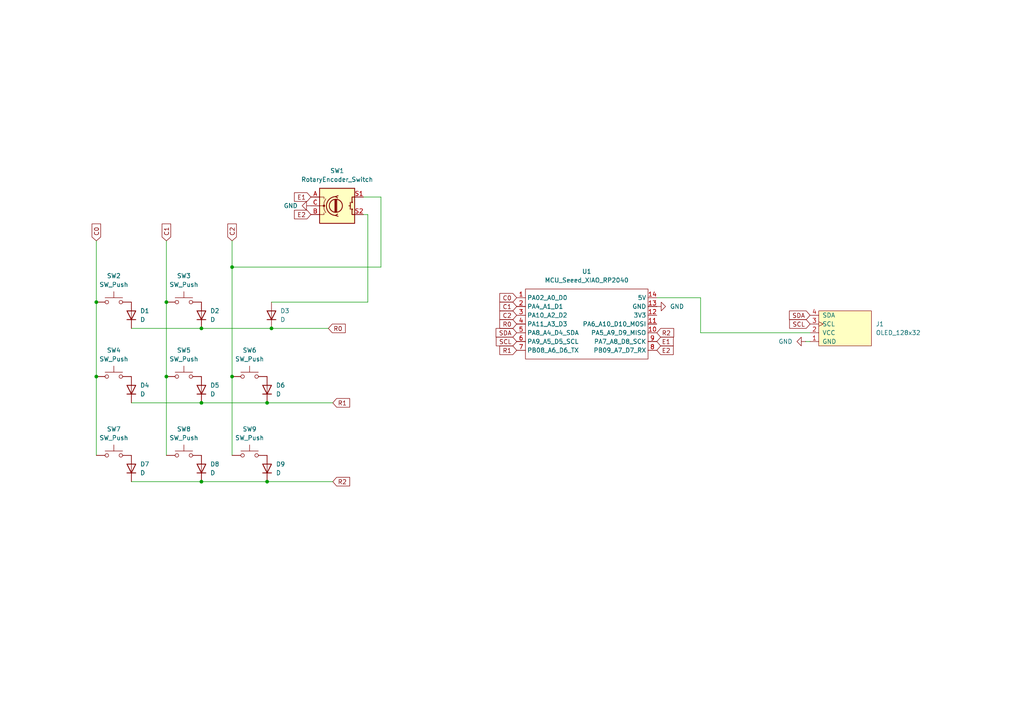
<source format=kicad_sch>
(kicad_sch
	(version 20231120)
	(generator "eeschema")
	(generator_version "8.0")
	(uuid "3d8099c2-a688-42ca-ba89-f77061196da6")
	(paper "A4")
	(lib_symbols
		(symbol "Device:D"
			(pin_numbers hide)
			(pin_names
				(offset 1.016) hide)
			(exclude_from_sim no)
			(in_bom yes)
			(on_board yes)
			(property "Reference" "D"
				(at 0 2.54 0)
				(effects
					(font
						(size 1.27 1.27)
					)
				)
			)
			(property "Value" "D"
				(at 0 -2.54 0)
				(effects
					(font
						(size 1.27 1.27)
					)
				)
			)
			(property "Footprint" ""
				(at 0 0 0)
				(effects
					(font
						(size 1.27 1.27)
					)
					(hide yes)
				)
			)
			(property "Datasheet" "~"
				(at 0 0 0)
				(effects
					(font
						(size 1.27 1.27)
					)
					(hide yes)
				)
			)
			(property "Description" "Diode"
				(at 0 0 0)
				(effects
					(font
						(size 1.27 1.27)
					)
					(hide yes)
				)
			)
			(property "Sim.Device" "D"
				(at 0 0 0)
				(effects
					(font
						(size 1.27 1.27)
					)
					(hide yes)
				)
			)
			(property "Sim.Pins" "1=K 2=A"
				(at 0 0 0)
				(effects
					(font
						(size 1.27 1.27)
					)
					(hide yes)
				)
			)
			(property "ki_keywords" "diode"
				(at 0 0 0)
				(effects
					(font
						(size 1.27 1.27)
					)
					(hide yes)
				)
			)
			(property "ki_fp_filters" "TO-???* *_Diode_* *SingleDiode* D_*"
				(at 0 0 0)
				(effects
					(font
						(size 1.27 1.27)
					)
					(hide yes)
				)
			)
			(symbol "D_0_1"
				(polyline
					(pts
						(xy -1.27 1.27) (xy -1.27 -1.27)
					)
					(stroke
						(width 0.254)
						(type default)
					)
					(fill
						(type none)
					)
				)
				(polyline
					(pts
						(xy 1.27 0) (xy -1.27 0)
					)
					(stroke
						(width 0)
						(type default)
					)
					(fill
						(type none)
					)
				)
				(polyline
					(pts
						(xy 1.27 1.27) (xy 1.27 -1.27) (xy -1.27 0) (xy 1.27 1.27)
					)
					(stroke
						(width 0.254)
						(type default)
					)
					(fill
						(type none)
					)
				)
			)
			(symbol "D_1_1"
				(pin passive line
					(at -3.81 0 0)
					(length 2.54)
					(name "K"
						(effects
							(font
								(size 1.27 1.27)
							)
						)
					)
					(number "1"
						(effects
							(font
								(size 1.27 1.27)
							)
						)
					)
				)
				(pin passive line
					(at 3.81 0 180)
					(length 2.54)
					(name "A"
						(effects
							(font
								(size 1.27 1.27)
							)
						)
					)
					(number "2"
						(effects
							(font
								(size 1.27 1.27)
							)
						)
					)
				)
			)
		)
		(symbol "Device:RotaryEncoder_Switch"
			(pin_names
				(offset 0.254) hide)
			(exclude_from_sim no)
			(in_bom yes)
			(on_board yes)
			(property "Reference" "SW"
				(at 0 6.604 0)
				(effects
					(font
						(size 1.27 1.27)
					)
				)
			)
			(property "Value" "RotaryEncoder_Switch"
				(at 0 -6.604 0)
				(effects
					(font
						(size 1.27 1.27)
					)
				)
			)
			(property "Footprint" ""
				(at -3.81 4.064 0)
				(effects
					(font
						(size 1.27 1.27)
					)
					(hide yes)
				)
			)
			(property "Datasheet" "~"
				(at 0 6.604 0)
				(effects
					(font
						(size 1.27 1.27)
					)
					(hide yes)
				)
			)
			(property "Description" "Rotary encoder, dual channel, incremental quadrate outputs, with switch"
				(at 0 0 0)
				(effects
					(font
						(size 1.27 1.27)
					)
					(hide yes)
				)
			)
			(property "ki_keywords" "rotary switch encoder switch push button"
				(at 0 0 0)
				(effects
					(font
						(size 1.27 1.27)
					)
					(hide yes)
				)
			)
			(property "ki_fp_filters" "RotaryEncoder*Switch*"
				(at 0 0 0)
				(effects
					(font
						(size 1.27 1.27)
					)
					(hide yes)
				)
			)
			(symbol "RotaryEncoder_Switch_0_1"
				(rectangle
					(start -5.08 5.08)
					(end 5.08 -5.08)
					(stroke
						(width 0.254)
						(type default)
					)
					(fill
						(type background)
					)
				)
				(circle
					(center -3.81 0)
					(radius 0.254)
					(stroke
						(width 0)
						(type default)
					)
					(fill
						(type outline)
					)
				)
				(circle
					(center -0.381 0)
					(radius 1.905)
					(stroke
						(width 0.254)
						(type default)
					)
					(fill
						(type none)
					)
				)
				(arc
					(start -0.381 2.667)
					(mid -3.0988 -0.0635)
					(end -0.381 -2.794)
					(stroke
						(width 0.254)
						(type default)
					)
					(fill
						(type none)
					)
				)
				(polyline
					(pts
						(xy -0.635 -1.778) (xy -0.635 1.778)
					)
					(stroke
						(width 0.254)
						(type default)
					)
					(fill
						(type none)
					)
				)
				(polyline
					(pts
						(xy -0.381 -1.778) (xy -0.381 1.778)
					)
					(stroke
						(width 0.254)
						(type default)
					)
					(fill
						(type none)
					)
				)
				(polyline
					(pts
						(xy -0.127 1.778) (xy -0.127 -1.778)
					)
					(stroke
						(width 0.254)
						(type default)
					)
					(fill
						(type none)
					)
				)
				(polyline
					(pts
						(xy 3.81 0) (xy 3.429 0)
					)
					(stroke
						(width 0.254)
						(type default)
					)
					(fill
						(type none)
					)
				)
				(polyline
					(pts
						(xy 3.81 1.016) (xy 3.81 -1.016)
					)
					(stroke
						(width 0.254)
						(type default)
					)
					(fill
						(type none)
					)
				)
				(polyline
					(pts
						(xy -5.08 -2.54) (xy -3.81 -2.54) (xy -3.81 -2.032)
					)
					(stroke
						(width 0)
						(type default)
					)
					(fill
						(type none)
					)
				)
				(polyline
					(pts
						(xy -5.08 2.54) (xy -3.81 2.54) (xy -3.81 2.032)
					)
					(stroke
						(width 0)
						(type default)
					)
					(fill
						(type none)
					)
				)
				(polyline
					(pts
						(xy 0.254 -3.048) (xy -0.508 -2.794) (xy 0.127 -2.413)
					)
					(stroke
						(width 0.254)
						(type default)
					)
					(fill
						(type none)
					)
				)
				(polyline
					(pts
						(xy 0.254 2.921) (xy -0.508 2.667) (xy 0.127 2.286)
					)
					(stroke
						(width 0.254)
						(type default)
					)
					(fill
						(type none)
					)
				)
				(polyline
					(pts
						(xy 5.08 -2.54) (xy 4.318 -2.54) (xy 4.318 -1.016)
					)
					(stroke
						(width 0.254)
						(type default)
					)
					(fill
						(type none)
					)
				)
				(polyline
					(pts
						(xy 5.08 2.54) (xy 4.318 2.54) (xy 4.318 1.016)
					)
					(stroke
						(width 0.254)
						(type default)
					)
					(fill
						(type none)
					)
				)
				(polyline
					(pts
						(xy -5.08 0) (xy -3.81 0) (xy -3.81 -1.016) (xy -3.302 -2.032)
					)
					(stroke
						(width 0)
						(type default)
					)
					(fill
						(type none)
					)
				)
				(polyline
					(pts
						(xy -4.318 0) (xy -3.81 0) (xy -3.81 1.016) (xy -3.302 2.032)
					)
					(stroke
						(width 0)
						(type default)
					)
					(fill
						(type none)
					)
				)
				(circle
					(center 4.318 -1.016)
					(radius 0.127)
					(stroke
						(width 0.254)
						(type default)
					)
					(fill
						(type none)
					)
				)
				(circle
					(center 4.318 1.016)
					(radius 0.127)
					(stroke
						(width 0.254)
						(type default)
					)
					(fill
						(type none)
					)
				)
			)
			(symbol "RotaryEncoder_Switch_1_1"
				(pin passive line
					(at -7.62 2.54 0)
					(length 2.54)
					(name "A"
						(effects
							(font
								(size 1.27 1.27)
							)
						)
					)
					(number "A"
						(effects
							(font
								(size 1.27 1.27)
							)
						)
					)
				)
				(pin passive line
					(at -7.62 -2.54 0)
					(length 2.54)
					(name "B"
						(effects
							(font
								(size 1.27 1.27)
							)
						)
					)
					(number "B"
						(effects
							(font
								(size 1.27 1.27)
							)
						)
					)
				)
				(pin passive line
					(at -7.62 0 0)
					(length 2.54)
					(name "C"
						(effects
							(font
								(size 1.27 1.27)
							)
						)
					)
					(number "C"
						(effects
							(font
								(size 1.27 1.27)
							)
						)
					)
				)
				(pin passive line
					(at 7.62 2.54 180)
					(length 2.54)
					(name "S1"
						(effects
							(font
								(size 1.27 1.27)
							)
						)
					)
					(number "S1"
						(effects
							(font
								(size 1.27 1.27)
							)
						)
					)
				)
				(pin passive line
					(at 7.62 -2.54 180)
					(length 2.54)
					(name "S2"
						(effects
							(font
								(size 1.27 1.27)
							)
						)
					)
					(number "S2"
						(effects
							(font
								(size 1.27 1.27)
							)
						)
					)
				)
			)
		)
		(symbol "Switch:SW_Push"
			(pin_numbers hide)
			(pin_names
				(offset 1.016) hide)
			(exclude_from_sim no)
			(in_bom yes)
			(on_board yes)
			(property "Reference" "SW"
				(at 1.27 2.54 0)
				(effects
					(font
						(size 1.27 1.27)
					)
					(justify left)
				)
			)
			(property "Value" "SW_Push"
				(at 0 -1.524 0)
				(effects
					(font
						(size 1.27 1.27)
					)
				)
			)
			(property "Footprint" ""
				(at 0 5.08 0)
				(effects
					(font
						(size 1.27 1.27)
					)
					(hide yes)
				)
			)
			(property "Datasheet" "~"
				(at 0 5.08 0)
				(effects
					(font
						(size 1.27 1.27)
					)
					(hide yes)
				)
			)
			(property "Description" "Push button switch, generic, two pins"
				(at 0 0 0)
				(effects
					(font
						(size 1.27 1.27)
					)
					(hide yes)
				)
			)
			(property "ki_keywords" "switch normally-open pushbutton push-button"
				(at 0 0 0)
				(effects
					(font
						(size 1.27 1.27)
					)
					(hide yes)
				)
			)
			(symbol "SW_Push_0_1"
				(circle
					(center -2.032 0)
					(radius 0.508)
					(stroke
						(width 0)
						(type default)
					)
					(fill
						(type none)
					)
				)
				(polyline
					(pts
						(xy 0 1.27) (xy 0 3.048)
					)
					(stroke
						(width 0)
						(type default)
					)
					(fill
						(type none)
					)
				)
				(polyline
					(pts
						(xy 2.54 1.27) (xy -2.54 1.27)
					)
					(stroke
						(width 0)
						(type default)
					)
					(fill
						(type none)
					)
				)
				(circle
					(center 2.032 0)
					(radius 0.508)
					(stroke
						(width 0)
						(type default)
					)
					(fill
						(type none)
					)
				)
				(pin passive line
					(at -5.08 0 0)
					(length 2.54)
					(name "1"
						(effects
							(font
								(size 1.27 1.27)
							)
						)
					)
					(number "1"
						(effects
							(font
								(size 1.27 1.27)
							)
						)
					)
				)
				(pin passive line
					(at 5.08 0 180)
					(length 2.54)
					(name "2"
						(effects
							(font
								(size 1.27 1.27)
							)
						)
					)
					(number "2"
						(effects
							(font
								(size 1.27 1.27)
							)
						)
					)
				)
			)
		)
		(symbol "power:GND"
			(power)
			(pin_numbers hide)
			(pin_names
				(offset 0) hide)
			(exclude_from_sim no)
			(in_bom yes)
			(on_board yes)
			(property "Reference" "#PWR"
				(at 0 -6.35 0)
				(effects
					(font
						(size 1.27 1.27)
					)
					(hide yes)
				)
			)
			(property "Value" "GND"
				(at 0 -3.81 0)
				(effects
					(font
						(size 1.27 1.27)
					)
				)
			)
			(property "Footprint" ""
				(at 0 0 0)
				(effects
					(font
						(size 1.27 1.27)
					)
					(hide yes)
				)
			)
			(property "Datasheet" ""
				(at 0 0 0)
				(effects
					(font
						(size 1.27 1.27)
					)
					(hide yes)
				)
			)
			(property "Description" "Power symbol creates a global label with name \"GND\" , ground"
				(at 0 0 0)
				(effects
					(font
						(size 1.27 1.27)
					)
					(hide yes)
				)
			)
			(property "ki_keywords" "global power"
				(at 0 0 0)
				(effects
					(font
						(size 1.27 1.27)
					)
					(hide yes)
				)
			)
			(symbol "GND_0_1"
				(polyline
					(pts
						(xy 0 0) (xy 0 -1.27) (xy 1.27 -1.27) (xy 0 -2.54) (xy -1.27 -1.27) (xy 0 -1.27)
					)
					(stroke
						(width 0)
						(type default)
					)
					(fill
						(type none)
					)
				)
			)
			(symbol "GND_1_1"
				(pin power_in line
					(at 0 0 270)
					(length 0)
					(name "~"
						(effects
							(font
								(size 1.27 1.27)
							)
						)
					)
					(number "1"
						(effects
							(font
								(size 1.27 1.27)
							)
						)
					)
				)
			)
		)
		(symbol "scotto:MCU_Seeed_XIAO_RP2040"
			(exclude_from_sim no)
			(in_bom yes)
			(on_board yes)
			(property "Reference" "U"
				(at -16.51 11.43 0)
				(effects
					(font
						(size 1.27 1.27)
					)
				)
			)
			(property "Value" "MCU_Seeed_XIAO_RP2040"
				(at -3.81 -11.43 0)
				(effects
					(font
						(size 1.27 1.27)
					)
				)
			)
			(property "Footprint" ""
				(at -16.51 2.54 0)
				(effects
					(font
						(size 1.27 1.27)
					)
					(hide yes)
				)
			)
			(property "Datasheet" ""
				(at -16.51 2.54 0)
				(effects
					(font
						(size 1.27 1.27)
					)
					(hide yes)
				)
			)
			(property "Description" ""
				(at 0 0 0)
				(effects
					(font
						(size 1.27 1.27)
					)
					(hide yes)
				)
			)
			(symbol "MCU_Seeed_XIAO_RP2040_0_1"
				(rectangle
					(start -16.51 10.16)
					(end 19.05 -10.16)
					(stroke
						(width 0)
						(type default)
					)
					(fill
						(type none)
					)
				)
			)
			(symbol "MCU_Seeed_XIAO_RP2040_1_1"
				(pin passive line
					(at -19.05 7.62 0)
					(length 2.54)
					(name "PA02_A0_D0"
						(effects
							(font
								(size 1.27 1.27)
							)
						)
					)
					(number "1"
						(effects
							(font
								(size 1.27 1.27)
							)
						)
					)
				)
				(pin passive line
					(at 21.59 -2.54 180)
					(length 2.54)
					(name "PA5_A9_D9_MISO"
						(effects
							(font
								(size 1.27 1.27)
							)
						)
					)
					(number "10"
						(effects
							(font
								(size 1.27 1.27)
							)
						)
					)
				)
				(pin passive line
					(at 21.59 0 180)
					(length 2.54)
					(name "PA6_A10_D10_MOSI"
						(effects
							(font
								(size 1.27 1.27)
							)
						)
					)
					(number "11"
						(effects
							(font
								(size 1.27 1.27)
							)
						)
					)
				)
				(pin passive line
					(at 21.59 2.54 180)
					(length 2.54)
					(name "3V3"
						(effects
							(font
								(size 1.27 1.27)
							)
						)
					)
					(number "12"
						(effects
							(font
								(size 1.27 1.27)
							)
						)
					)
				)
				(pin passive line
					(at 21.59 5.08 180)
					(length 2.54)
					(name "GND"
						(effects
							(font
								(size 1.27 1.27)
							)
						)
					)
					(number "13"
						(effects
							(font
								(size 1.27 1.27)
							)
						)
					)
				)
				(pin passive line
					(at 21.59 7.62 180)
					(length 2.54)
					(name "5V"
						(effects
							(font
								(size 1.27 1.27)
							)
						)
					)
					(number "14"
						(effects
							(font
								(size 1.27 1.27)
							)
						)
					)
				)
				(pin passive line
					(at -19.05 5.08 0)
					(length 2.54)
					(name "PA4_A1_D1"
						(effects
							(font
								(size 1.27 1.27)
							)
						)
					)
					(number "2"
						(effects
							(font
								(size 1.27 1.27)
							)
						)
					)
				)
				(pin passive line
					(at -19.05 2.54 0)
					(length 2.54)
					(name "PA10_A2_D2"
						(effects
							(font
								(size 1.27 1.27)
							)
						)
					)
					(number "3"
						(effects
							(font
								(size 1.27 1.27)
							)
						)
					)
				)
				(pin passive line
					(at -19.05 0 0)
					(length 2.54)
					(name "PA11_A3_D3"
						(effects
							(font
								(size 1.27 1.27)
							)
						)
					)
					(number "4"
						(effects
							(font
								(size 1.27 1.27)
							)
						)
					)
				)
				(pin passive line
					(at -19.05 -2.54 0)
					(length 2.54)
					(name "PA8_A4_D4_SDA"
						(effects
							(font
								(size 1.27 1.27)
							)
						)
					)
					(number "5"
						(effects
							(font
								(size 1.27 1.27)
							)
						)
					)
				)
				(pin passive line
					(at -19.05 -5.08 0)
					(length 2.54)
					(name "PA9_A5_D5_SCL"
						(effects
							(font
								(size 1.27 1.27)
							)
						)
					)
					(number "6"
						(effects
							(font
								(size 1.27 1.27)
							)
						)
					)
				)
				(pin passive line
					(at -19.05 -7.62 0)
					(length 2.54)
					(name "PB08_A6_D6_TX"
						(effects
							(font
								(size 1.27 1.27)
							)
						)
					)
					(number "7"
						(effects
							(font
								(size 1.27 1.27)
							)
						)
					)
				)
				(pin passive line
					(at 21.59 -7.62 180)
					(length 2.54)
					(name "PB09_A7_D7_RX"
						(effects
							(font
								(size 1.27 1.27)
							)
						)
					)
					(number "8"
						(effects
							(font
								(size 1.27 1.27)
							)
						)
					)
				)
				(pin passive line
					(at 21.59 -5.08 180)
					(length 2.54)
					(name "PA7_A8_D8_SCK"
						(effects
							(font
								(size 1.27 1.27)
							)
						)
					)
					(number "9"
						(effects
							(font
								(size 1.27 1.27)
							)
						)
					)
				)
			)
		)
		(symbol "scotto:OLED_128x32"
			(pin_names
				(offset 1.016)
			)
			(exclude_from_sim no)
			(in_bom yes)
			(on_board yes)
			(property "Reference" "J"
				(at 0 -6.35 0)
				(effects
					(font
						(size 1.27 1.27)
					)
				)
			)
			(property "Value" "OLED_128x32"
				(at 0 6.35 0)
				(effects
					(font
						(size 1.27 1.27)
					)
				)
			)
			(property "Footprint" "ScottoKeebs_Components:OLED_128x32"
				(at 0 8.89 0)
				(effects
					(font
						(size 1.27 1.27)
					)
					(hide yes)
				)
			)
			(property "Datasheet" ""
				(at 0 1.27 0)
				(effects
					(font
						(size 1.27 1.27)
					)
					(hide yes)
				)
			)
			(property "Description" ""
				(at 0 0 0)
				(effects
					(font
						(size 1.27 1.27)
					)
					(hide yes)
				)
			)
			(symbol "OLED_128x32_0_1"
				(rectangle
					(start 0 5.08)
					(end 15.24 -5.08)
					(stroke
						(width 0)
						(type default)
					)
					(fill
						(type background)
					)
				)
			)
			(symbol "OLED_128x32_1_1"
				(pin power_in line
					(at -2.54 -3.81 0)
					(length 2.54)
					(name "GND"
						(effects
							(font
								(size 1.27 1.27)
							)
						)
					)
					(number "1"
						(effects
							(font
								(size 1.27 1.27)
							)
						)
					)
				)
				(pin power_in line
					(at -2.54 -1.27 0)
					(length 2.54)
					(name "VCC"
						(effects
							(font
								(size 1.27 1.27)
							)
						)
					)
					(number "2"
						(effects
							(font
								(size 1.27 1.27)
							)
						)
					)
				)
				(pin input clock
					(at -2.54 1.27 0)
					(length 2.54)
					(name "SCL"
						(effects
							(font
								(size 1.27 1.27)
							)
						)
					)
					(number "3"
						(effects
							(font
								(size 1.27 1.27)
							)
						)
					)
				)
				(pin bidirectional line
					(at -2.54 3.81 0)
					(length 2.54)
					(name "SDA"
						(effects
							(font
								(size 1.27 1.27)
							)
						)
					)
					(number "4"
						(effects
							(font
								(size 1.27 1.27)
							)
						)
					)
				)
			)
		)
	)
	(junction
		(at 77.47 116.84)
		(diameter 0)
		(color 0 0 0 0)
		(uuid "10d3d6b4-958d-4871-ad04-5b639cc0eb63")
	)
	(junction
		(at 27.94 109.22)
		(diameter 0)
		(color 0 0 0 0)
		(uuid "1e72b8d5-181a-4bff-8f45-ac169c8d3769")
	)
	(junction
		(at 27.94 87.63)
		(diameter 0)
		(color 0 0 0 0)
		(uuid "37c34528-adb4-4726-92fd-b3f8b9ac757c")
	)
	(junction
		(at 58.42 116.84)
		(diameter 0)
		(color 0 0 0 0)
		(uuid "51506c1e-6b59-4437-a7fa-e86f5f796e3b")
	)
	(junction
		(at 48.26 109.22)
		(diameter 0)
		(color 0 0 0 0)
		(uuid "5e3f768b-8c89-42dc-94a4-d5eb65416c8e")
	)
	(junction
		(at 67.31 109.22)
		(diameter 0)
		(color 0 0 0 0)
		(uuid "a5d357c9-cf8c-495a-be47-886976269db0")
	)
	(junction
		(at 48.26 87.63)
		(diameter 0)
		(color 0 0 0 0)
		(uuid "b636206a-9017-4205-b43f-a3403f35a7c5")
	)
	(junction
		(at 78.74 95.25)
		(diameter 0)
		(color 0 0 0 0)
		(uuid "de9d9b39-5a65-4745-ab13-119e785a0477")
	)
	(junction
		(at 58.42 139.7)
		(diameter 0)
		(color 0 0 0 0)
		(uuid "e1d43ef3-b89f-4bd1-b725-f35ed845b09c")
	)
	(junction
		(at 77.47 139.7)
		(diameter 0)
		(color 0 0 0 0)
		(uuid "e2b6db57-177b-4eb3-8d51-d2154f168c82")
	)
	(junction
		(at 67.31 77.47)
		(diameter 0)
		(color 0 0 0 0)
		(uuid "e6625284-940c-4d97-b7d0-55f884707bb2")
	)
	(junction
		(at 58.42 95.25)
		(diameter 0)
		(color 0 0 0 0)
		(uuid "e8303c38-aec5-4745-a3af-7bcf0a2ca8b6")
	)
	(wire
		(pts
			(xy 58.42 95.25) (xy 78.74 95.25)
		)
		(stroke
			(width 0)
			(type default)
		)
		(uuid "0008fbb8-a06b-42a3-a659-69290ee4189f")
	)
	(wire
		(pts
			(xy 27.94 69.85) (xy 27.94 87.63)
		)
		(stroke
			(width 0)
			(type default)
		)
		(uuid "11aacf55-c019-4c52-ba45-ba3ec7662133")
	)
	(wire
		(pts
			(xy 77.47 116.84) (xy 96.52 116.84)
		)
		(stroke
			(width 0)
			(type default)
		)
		(uuid "12f0a4dc-2cdb-411f-a466-4ac229cf55bc")
	)
	(wire
		(pts
			(xy 38.1 95.25) (xy 58.42 95.25)
		)
		(stroke
			(width 0)
			(type default)
		)
		(uuid "1649722e-1ac4-4cd3-931d-ccce82aeeab7")
	)
	(wire
		(pts
			(xy 106.68 62.23) (xy 106.68 87.63)
		)
		(stroke
			(width 0)
			(type default)
		)
		(uuid "188579a2-4b5a-41d5-80e9-a23e186dfb96")
	)
	(wire
		(pts
			(xy 106.68 87.63) (xy 78.74 87.63)
		)
		(stroke
			(width 0)
			(type default)
		)
		(uuid "1db77797-7b93-4e4f-a7f7-f2122d26057b")
	)
	(wire
		(pts
			(xy 58.42 116.84) (xy 77.47 116.84)
		)
		(stroke
			(width 0)
			(type default)
		)
		(uuid "3a552c66-44f6-4991-bbf9-4f1a8898447c")
	)
	(wire
		(pts
			(xy 67.31 69.85) (xy 67.31 77.47)
		)
		(stroke
			(width 0)
			(type default)
		)
		(uuid "444e1949-794e-48d6-a8cb-ac519d13f489")
	)
	(wire
		(pts
			(xy 110.49 57.15) (xy 110.49 77.47)
		)
		(stroke
			(width 0)
			(type default)
		)
		(uuid "4491388e-179c-4fa2-996c-fe6b48ce619a")
	)
	(wire
		(pts
			(xy 27.94 87.63) (xy 27.94 109.22)
		)
		(stroke
			(width 0)
			(type default)
		)
		(uuid "4e492f20-4d18-47a7-ae9e-a43868d319db")
	)
	(wire
		(pts
			(xy 105.41 62.23) (xy 106.68 62.23)
		)
		(stroke
			(width 0)
			(type default)
		)
		(uuid "59ce091d-be9e-4739-b1b4-17af02c3778b")
	)
	(wire
		(pts
			(xy 77.47 139.7) (xy 96.52 139.7)
		)
		(stroke
			(width 0)
			(type default)
		)
		(uuid "5d52a226-9453-4804-b0ac-fb6caa174dd6")
	)
	(wire
		(pts
			(xy 203.2 86.36) (xy 203.2 96.52)
		)
		(stroke
			(width 0)
			(type default)
		)
		(uuid "6d876446-0a43-43bc-8f77-92871346f7ad")
	)
	(wire
		(pts
			(xy 48.26 109.22) (xy 48.26 132.08)
		)
		(stroke
			(width 0)
			(type default)
		)
		(uuid "70df1e2f-5bf7-496b-b163-995859148322")
	)
	(wire
		(pts
			(xy 105.41 57.15) (xy 110.49 57.15)
		)
		(stroke
			(width 0)
			(type default)
		)
		(uuid "77d7debb-9fdd-463f-a8fd-360ffc55c1a8")
	)
	(wire
		(pts
			(xy 27.94 109.22) (xy 27.94 132.08)
		)
		(stroke
			(width 0)
			(type default)
		)
		(uuid "87db39bc-1ba1-4fa8-8d39-84f8c18d81ac")
	)
	(wire
		(pts
			(xy 67.31 109.22) (xy 67.31 132.08)
		)
		(stroke
			(width 0)
			(type default)
		)
		(uuid "90cb89b0-4d6b-4e40-b232-b7431afb6e64")
	)
	(wire
		(pts
			(xy 58.42 139.7) (xy 77.47 139.7)
		)
		(stroke
			(width 0)
			(type default)
		)
		(uuid "a10f2cc8-4829-46a5-8efe-65d699acf386")
	)
	(wire
		(pts
			(xy 190.5 86.36) (xy 203.2 86.36)
		)
		(stroke
			(width 0)
			(type default)
		)
		(uuid "ad5fe4a8-ab3e-47dd-a139-bbf11c7cc881")
	)
	(wire
		(pts
			(xy 38.1 139.7) (xy 58.42 139.7)
		)
		(stroke
			(width 0)
			(type default)
		)
		(uuid "b0039590-eab1-4336-b1f3-17d7f35ef930")
	)
	(wire
		(pts
			(xy 67.31 77.47) (xy 67.31 109.22)
		)
		(stroke
			(width 0)
			(type default)
		)
		(uuid "b171f02a-0497-404c-a23a-44d7b5fad816")
	)
	(wire
		(pts
			(xy 48.26 69.85) (xy 48.26 87.63)
		)
		(stroke
			(width 0)
			(type default)
		)
		(uuid "becc54c1-5380-475e-a799-ec27e14cc713")
	)
	(wire
		(pts
			(xy 78.74 95.25) (xy 95.25 95.25)
		)
		(stroke
			(width 0)
			(type default)
		)
		(uuid "c4c0727d-1d3b-408f-9b3c-b0f9895edb1d")
	)
	(wire
		(pts
			(xy 234.95 99.06) (xy 233.68 99.06)
		)
		(stroke
			(width 0)
			(type default)
		)
		(uuid "ca04a2a2-3ec9-419e-aa67-bf97517cedf0")
	)
	(wire
		(pts
			(xy 38.1 116.84) (xy 58.42 116.84)
		)
		(stroke
			(width 0)
			(type default)
		)
		(uuid "d7424934-9186-4307-9a2d-7cd4bae581bd")
	)
	(wire
		(pts
			(xy 48.26 87.63) (xy 48.26 109.22)
		)
		(stroke
			(width 0)
			(type default)
		)
		(uuid "f2036308-e399-4b25-931d-491414a6907a")
	)
	(wire
		(pts
			(xy 203.2 96.52) (xy 234.95 96.52)
		)
		(stroke
			(width 0)
			(type default)
		)
		(uuid "f37d5c0b-9784-47cb-84f5-25318f9980d6")
	)
	(wire
		(pts
			(xy 110.49 77.47) (xy 67.31 77.47)
		)
		(stroke
			(width 0)
			(type default)
		)
		(uuid "fdd39052-a0c4-4be1-979e-7db7c10b75f2")
	)
	(global_label "C2"
		(shape input)
		(at 149.86 91.44 180)
		(fields_autoplaced yes)
		(effects
			(font
				(size 1.27 1.27)
			)
			(justify right)
		)
		(uuid "04d1dd34-c036-46d8-b507-553c23b11a5b")
		(property "Intersheetrefs" "${INTERSHEET_REFS}"
			(at 144.3953 91.44 0)
			(effects
				(font
					(size 1.27 1.27)
				)
				(justify right)
				(hide yes)
			)
		)
	)
	(global_label "SDA"
		(shape input)
		(at 149.86 96.52 180)
		(fields_autoplaced yes)
		(effects
			(font
				(size 1.27 1.27)
			)
			(justify right)
		)
		(uuid "0b5d0705-919e-457d-b4fc-0a4d790cd6be")
		(property "Intersheetrefs" "${INTERSHEET_REFS}"
			(at 143.3067 96.52 0)
			(effects
				(font
					(size 1.27 1.27)
				)
				(justify right)
				(hide yes)
			)
		)
	)
	(global_label "SDA"
		(shape input)
		(at 234.95 91.44 180)
		(fields_autoplaced yes)
		(effects
			(font
				(size 1.27 1.27)
			)
			(justify right)
		)
		(uuid "10799cf2-4abf-4488-a12b-1351cc7276db")
		(property "Intersheetrefs" "${INTERSHEET_REFS}"
			(at 228.3967 91.44 0)
			(effects
				(font
					(size 1.27 1.27)
				)
				(justify right)
				(hide yes)
			)
		)
	)
	(global_label "R2"
		(shape input)
		(at 96.52 139.7 0)
		(fields_autoplaced yes)
		(effects
			(font
				(size 1.27 1.27)
			)
			(justify left)
		)
		(uuid "45770543-5855-44a0-96c8-65ec52eb5be0")
		(property "Intersheetrefs" "${INTERSHEET_REFS}"
			(at 101.9847 139.7 0)
			(effects
				(font
					(size 1.27 1.27)
				)
				(justify left)
				(hide yes)
			)
		)
	)
	(global_label "E1"
		(shape input)
		(at 90.17 57.15 180)
		(fields_autoplaced yes)
		(effects
			(font
				(size 1.27 1.27)
			)
			(justify right)
		)
		(uuid "52908145-a2d7-405a-a016-0b4cfed5b845")
		(property "Intersheetrefs" "${INTERSHEET_REFS}"
			(at 84.8263 57.15 0)
			(effects
				(font
					(size 1.27 1.27)
				)
				(justify right)
				(hide yes)
			)
		)
	)
	(global_label "C1"
		(shape input)
		(at 48.26 69.85 90)
		(fields_autoplaced yes)
		(effects
			(font
				(size 1.27 1.27)
			)
			(justify left)
		)
		(uuid "566d1c7b-e55d-493e-be44-95cf95d9037f")
		(property "Intersheetrefs" "${INTERSHEET_REFS}"
			(at 48.26 64.3853 90)
			(effects
				(font
					(size 1.27 1.27)
				)
				(justify left)
				(hide yes)
			)
		)
	)
	(global_label "SCL"
		(shape input)
		(at 149.86 99.06 180)
		(fields_autoplaced yes)
		(effects
			(font
				(size 1.27 1.27)
			)
			(justify right)
		)
		(uuid "56ec8969-00f9-44c8-a38b-9a7a208bae66")
		(property "Intersheetrefs" "${INTERSHEET_REFS}"
			(at 143.3672 99.06 0)
			(effects
				(font
					(size 1.27 1.27)
				)
				(justify right)
				(hide yes)
			)
		)
	)
	(global_label "SCL"
		(shape input)
		(at 234.95 93.98 180)
		(fields_autoplaced yes)
		(effects
			(font
				(size 1.27 1.27)
			)
			(justify right)
		)
		(uuid "5da7a5d6-a073-478b-b6bb-974a848b82f7")
		(property "Intersheetrefs" "${INTERSHEET_REFS}"
			(at 228.4572 93.98 0)
			(effects
				(font
					(size 1.27 1.27)
				)
				(justify right)
				(hide yes)
			)
		)
	)
	(global_label "R0"
		(shape input)
		(at 149.86 93.98 180)
		(fields_autoplaced yes)
		(effects
			(font
				(size 1.27 1.27)
			)
			(justify right)
		)
		(uuid "6892fab0-3e84-40ef-b532-f78eabd930f2")
		(property "Intersheetrefs" "${INTERSHEET_REFS}"
			(at 144.3953 93.98 0)
			(effects
				(font
					(size 1.27 1.27)
				)
				(justify right)
				(hide yes)
			)
		)
	)
	(global_label "C1"
		(shape input)
		(at 149.86 88.9 180)
		(fields_autoplaced yes)
		(effects
			(font
				(size 1.27 1.27)
			)
			(justify right)
		)
		(uuid "74775bdf-7b3c-45c6-8615-f0c2ad6b1b3c")
		(property "Intersheetrefs" "${INTERSHEET_REFS}"
			(at 144.3953 88.9 0)
			(effects
				(font
					(size 1.27 1.27)
				)
				(justify right)
				(hide yes)
			)
		)
	)
	(global_label "R1"
		(shape input)
		(at 149.86 101.6 180)
		(fields_autoplaced yes)
		(effects
			(font
				(size 1.27 1.27)
			)
			(justify right)
		)
		(uuid "7f89357e-02ea-4fce-b39f-76d52c3ecc7a")
		(property "Intersheetrefs" "${INTERSHEET_REFS}"
			(at 144.3953 101.6 0)
			(effects
				(font
					(size 1.27 1.27)
				)
				(justify right)
				(hide yes)
			)
		)
	)
	(global_label "E1"
		(shape input)
		(at 190.5 99.06 0)
		(fields_autoplaced yes)
		(effects
			(font
				(size 1.27 1.27)
			)
			(justify left)
		)
		(uuid "8149a06b-107b-42ee-b5fc-ba7a1a1f0bd1")
		(property "Intersheetrefs" "${INTERSHEET_REFS}"
			(at 195.8437 99.06 0)
			(effects
				(font
					(size 1.27 1.27)
				)
				(justify left)
				(hide yes)
			)
		)
	)
	(global_label "C0"
		(shape input)
		(at 27.94 69.85 90)
		(fields_autoplaced yes)
		(effects
			(font
				(size 1.27 1.27)
			)
			(justify left)
		)
		(uuid "8a000c3f-1c67-4ace-97b8-127fb6183610")
		(property "Intersheetrefs" "${INTERSHEET_REFS}"
			(at 27.94 64.3853 90)
			(effects
				(font
					(size 1.27 1.27)
				)
				(justify left)
				(hide yes)
			)
		)
	)
	(global_label "E2"
		(shape input)
		(at 90.17 62.23 180)
		(fields_autoplaced yes)
		(effects
			(font
				(size 1.27 1.27)
			)
			(justify right)
		)
		(uuid "9c3a0fda-db65-4eb3-ab33-3e1dbec0e517")
		(property "Intersheetrefs" "${INTERSHEET_REFS}"
			(at 84.8263 62.23 0)
			(effects
				(font
					(size 1.27 1.27)
				)
				(justify right)
				(hide yes)
			)
		)
	)
	(global_label "C2"
		(shape input)
		(at 67.31 69.85 90)
		(fields_autoplaced yes)
		(effects
			(font
				(size 1.27 1.27)
			)
			(justify left)
		)
		(uuid "ae1e5601-2941-4228-aefd-5837ac471175")
		(property "Intersheetrefs" "${INTERSHEET_REFS}"
			(at 67.31 64.3853 90)
			(effects
				(font
					(size 1.27 1.27)
				)
				(justify left)
				(hide yes)
			)
		)
	)
	(global_label "R0"
		(shape input)
		(at 95.25 95.25 0)
		(fields_autoplaced yes)
		(effects
			(font
				(size 1.27 1.27)
			)
			(justify left)
		)
		(uuid "b111d8df-b212-434a-a191-c4e62413ef77")
		(property "Intersheetrefs" "${INTERSHEET_REFS}"
			(at 100.7147 95.25 0)
			(effects
				(font
					(size 1.27 1.27)
				)
				(justify left)
				(hide yes)
			)
		)
	)
	(global_label "C0"
		(shape input)
		(at 149.86 86.36 180)
		(fields_autoplaced yes)
		(effects
			(font
				(size 1.27 1.27)
			)
			(justify right)
		)
		(uuid "cdf91079-a938-4437-846e-63f5b028ce99")
		(property "Intersheetrefs" "${INTERSHEET_REFS}"
			(at 144.3953 86.36 0)
			(effects
				(font
					(size 1.27 1.27)
				)
				(justify right)
				(hide yes)
			)
		)
	)
	(global_label "R1"
		(shape input)
		(at 96.52 116.84 0)
		(fields_autoplaced yes)
		(effects
			(font
				(size 1.27 1.27)
			)
			(justify left)
		)
		(uuid "cf59d9d1-e9a5-46b7-8688-d5714d4610bc")
		(property "Intersheetrefs" "${INTERSHEET_REFS}"
			(at 101.9847 116.84 0)
			(effects
				(font
					(size 1.27 1.27)
				)
				(justify left)
				(hide yes)
			)
		)
	)
	(global_label "R2"
		(shape input)
		(at 190.5 96.52 0)
		(fields_autoplaced yes)
		(effects
			(font
				(size 1.27 1.27)
			)
			(justify left)
		)
		(uuid "e5e72999-7247-4cf8-9d15-ad4174990299")
		(property "Intersheetrefs" "${INTERSHEET_REFS}"
			(at 195.9647 96.52 0)
			(effects
				(font
					(size 1.27 1.27)
				)
				(justify left)
				(hide yes)
			)
		)
	)
	(global_label "E2"
		(shape input)
		(at 190.5 101.6 0)
		(fields_autoplaced yes)
		(effects
			(font
				(size 1.27 1.27)
			)
			(justify left)
		)
		(uuid "ff2c900d-e496-4241-84b2-8605120af11c")
		(property "Intersheetrefs" "${INTERSHEET_REFS}"
			(at 195.8437 101.6 0)
			(effects
				(font
					(size 1.27 1.27)
				)
				(justify left)
				(hide yes)
			)
		)
	)
	(symbol
		(lib_id "Device:D")
		(at 58.42 113.03 90)
		(unit 1)
		(exclude_from_sim no)
		(in_bom yes)
		(on_board yes)
		(dnp no)
		(fields_autoplaced yes)
		(uuid "0145f139-0306-4bbc-8e7d-f608ac0fef49")
		(property "Reference" "D5"
			(at 60.96 111.7599 90)
			(effects
				(font
					(size 1.27 1.27)
				)
				(justify right)
			)
		)
		(property "Value" "D"
			(at 60.96 114.2999 90)
			(effects
				(font
					(size 1.27 1.27)
				)
				(justify right)
			)
		)
		(property "Footprint" "Diode_THT:D_DO-35_SOD27_P7.62mm_Horizontal"
			(at 58.42 113.03 0)
			(effects
				(font
					(size 1.27 1.27)
				)
				(hide yes)
			)
		)
		(property "Datasheet" "~"
			(at 58.42 113.03 0)
			(effects
				(font
					(size 1.27 1.27)
				)
				(hide yes)
			)
		)
		(property "Description" "Diode"
			(at 58.42 113.03 0)
			(effects
				(font
					(size 1.27 1.27)
				)
				(hide yes)
			)
		)
		(property "Sim.Device" "D"
			(at 58.42 113.03 0)
			(effects
				(font
					(size 1.27 1.27)
				)
				(hide yes)
			)
		)
		(property "Sim.Pins" "1=K 2=A"
			(at 58.42 113.03 0)
			(effects
				(font
					(size 1.27 1.27)
				)
				(hide yes)
			)
		)
		(pin "2"
			(uuid "4dc7cac1-e762-4966-9ccb-73bb39d052fe")
		)
		(pin "1"
			(uuid "bd73bdd0-314f-4535-b6d8-cc35187b5779")
		)
		(instances
			(project "Passenger V1"
				(path "/3d8099c2-a688-42ca-ba89-f77061196da6"
					(reference "D5")
					(unit 1)
				)
			)
		)
	)
	(symbol
		(lib_id "Device:D")
		(at 38.1 135.89 90)
		(unit 1)
		(exclude_from_sim no)
		(in_bom yes)
		(on_board yes)
		(dnp no)
		(fields_autoplaced yes)
		(uuid "0338c1d7-2422-46f5-a60f-d636ad752706")
		(property "Reference" "D7"
			(at 40.64 134.6199 90)
			(effects
				(font
					(size 1.27 1.27)
				)
				(justify right)
			)
		)
		(property "Value" "D"
			(at 40.64 137.1599 90)
			(effects
				(font
					(size 1.27 1.27)
				)
				(justify right)
			)
		)
		(property "Footprint" "Diode_THT:D_DO-35_SOD27_P7.62mm_Horizontal"
			(at 38.1 135.89 0)
			(effects
				(font
					(size 1.27 1.27)
				)
				(hide yes)
			)
		)
		(property "Datasheet" "~"
			(at 38.1 135.89 0)
			(effects
				(font
					(size 1.27 1.27)
				)
				(hide yes)
			)
		)
		(property "Description" "Diode"
			(at 38.1 135.89 0)
			(effects
				(font
					(size 1.27 1.27)
				)
				(hide yes)
			)
		)
		(property "Sim.Device" "D"
			(at 38.1 135.89 0)
			(effects
				(font
					(size 1.27 1.27)
				)
				(hide yes)
			)
		)
		(property "Sim.Pins" "1=K 2=A"
			(at 38.1 135.89 0)
			(effects
				(font
					(size 1.27 1.27)
				)
				(hide yes)
			)
		)
		(pin "2"
			(uuid "20d8e912-e574-4288-92bb-312c6c8b706a")
		)
		(pin "1"
			(uuid "b6fff7a8-c94d-46a7-9e9a-3b7817a346f8")
		)
		(instances
			(project "Passenger V1"
				(path "/3d8099c2-a688-42ca-ba89-f77061196da6"
					(reference "D7")
					(unit 1)
				)
			)
		)
	)
	(symbol
		(lib_id "Device:RotaryEncoder_Switch")
		(at 97.79 59.69 0)
		(unit 1)
		(exclude_from_sim no)
		(in_bom yes)
		(on_board yes)
		(dnp no)
		(uuid "0f2dafb6-8fce-4187-99e0-02d3877bb16e")
		(property "Reference" "SW1"
			(at 97.79 49.53 0)
			(effects
				(font
					(size 1.27 1.27)
				)
			)
		)
		(property "Value" "RotaryEncoder_Switch"
			(at 97.79 52.07 0)
			(effects
				(font
					(size 1.27 1.27)
				)
			)
		)
		(property "Footprint" "Rotary_Encoder:RotaryEncoder_Alps_EC11E-Switch_Vertical_H20mm_CircularMountingHoles"
			(at 93.98 55.626 0)
			(effects
				(font
					(size 1.27 1.27)
				)
				(hide yes)
			)
		)
		(property "Datasheet" "~"
			(at 97.79 53.086 0)
			(effects
				(font
					(size 1.27 1.27)
				)
				(hide yes)
			)
		)
		(property "Description" "Rotary encoder, dual channel, incremental quadrate outputs, with switch"
			(at 97.79 59.69 0)
			(effects
				(font
					(size 1.27 1.27)
				)
				(hide yes)
			)
		)
		(pin "B"
			(uuid "ee96f7ab-a162-4d6d-ba2a-515833870689")
		)
		(pin "S1"
			(uuid "618b2971-2887-4230-949b-c03fbb2647ea")
		)
		(pin "A"
			(uuid "3d620f83-209c-422b-a783-c0be03e41cfb")
		)
		(pin "S2"
			(uuid "44710e97-40d3-48fe-91cc-18535a7b439f")
		)
		(pin "C"
			(uuid "4fa4c902-f829-47cb-bc56-bc82834de611")
		)
		(instances
			(project ""
				(path "/3d8099c2-a688-42ca-ba89-f77061196da6"
					(reference "SW1")
					(unit 1)
				)
			)
		)
	)
	(symbol
		(lib_id "scotto:MCU_Seeed_XIAO_RP2040")
		(at 168.91 93.98 0)
		(unit 1)
		(exclude_from_sim no)
		(in_bom yes)
		(on_board yes)
		(dnp no)
		(uuid "104b3efb-127a-4907-a1c1-ed13f66bd3e0")
		(property "Reference" "U1"
			(at 170.18 78.74 0)
			(effects
				(font
					(size 1.27 1.27)
				)
			)
		)
		(property "Value" "MCU_Seeed_XIAO_RP2040"
			(at 170.18 81.28 0)
			(effects
				(font
					(size 1.27 1.27)
				)
			)
		)
		(property "Footprint" "ScottoKeebs_Miscellaneous:XIAO-RP2040-DIP"
			(at 152.4 91.44 0)
			(effects
				(font
					(size 1.27 1.27)
				)
				(hide yes)
			)
		)
		(property "Datasheet" ""
			(at 152.4 91.44 0)
			(effects
				(font
					(size 1.27 1.27)
				)
				(hide yes)
			)
		)
		(property "Description" ""
			(at 168.91 93.98 0)
			(effects
				(font
					(size 1.27 1.27)
				)
				(hide yes)
			)
		)
		(pin "6"
			(uuid "5541a6a8-8ef4-47db-b929-1e66f74fb6b0")
		)
		(pin "1"
			(uuid "16bf4aa2-583c-4ae6-b180-18974eca551a")
		)
		(pin "12"
			(uuid "64425795-9937-43b8-8695-26b7339f3353")
		)
		(pin "7"
			(uuid "651c58b5-0764-4f8e-a117-c8f28fa3188b")
		)
		(pin "10"
			(uuid "9c79fd91-7215-4d2b-bdc3-6a2ceff9fb28")
		)
		(pin "5"
			(uuid "c23963bf-9d60-4021-9233-a59f53f95c9f")
		)
		(pin "14"
			(uuid "901f6b5a-a0e5-43c3-9dfe-81a7cd972b2d")
		)
		(pin "11"
			(uuid "5d84cd15-50f0-465a-878a-8d25741ce563")
		)
		(pin "4"
			(uuid "d30a9b60-45dc-4276-9466-ea2c1de98ea1")
		)
		(pin "8"
			(uuid "fb3bb9f6-88d9-4a9b-af70-cc69427f2619")
		)
		(pin "13"
			(uuid "6c9b41bf-1d8c-4ceb-a5e2-9af6bdeaf61d")
		)
		(pin "2"
			(uuid "1d1ca9d3-0d14-451b-abfb-00788f999af7")
		)
		(pin "9"
			(uuid "74eb70e3-bade-494f-be47-a955ac5807b7")
		)
		(pin "3"
			(uuid "235e5ffa-0db6-4c6e-b77a-4e1165852b74")
		)
		(instances
			(project ""
				(path "/3d8099c2-a688-42ca-ba89-f77061196da6"
					(reference "U1")
					(unit 1)
				)
			)
		)
	)
	(symbol
		(lib_id "power:GND")
		(at 190.5 88.9 90)
		(unit 1)
		(exclude_from_sim no)
		(in_bom yes)
		(on_board yes)
		(dnp no)
		(fields_autoplaced yes)
		(uuid "14a3d35c-e14d-48b5-b7c0-ea1151b2501d")
		(property "Reference" "#PWR02"
			(at 196.85 88.9 0)
			(effects
				(font
					(size 1.27 1.27)
				)
				(hide yes)
			)
		)
		(property "Value" "GND"
			(at 194.31 88.8999 90)
			(effects
				(font
					(size 1.27 1.27)
				)
				(justify right)
			)
		)
		(property "Footprint" ""
			(at 190.5 88.9 0)
			(effects
				(font
					(size 1.27 1.27)
				)
				(hide yes)
			)
		)
		(property "Datasheet" ""
			(at 190.5 88.9 0)
			(effects
				(font
					(size 1.27 1.27)
				)
				(hide yes)
			)
		)
		(property "Description" "Power symbol creates a global label with name \"GND\" , ground"
			(at 190.5 88.9 0)
			(effects
				(font
					(size 1.27 1.27)
				)
				(hide yes)
			)
		)
		(pin "1"
			(uuid "1d323399-9f9d-45fa-8666-4c3f4595c431")
		)
		(instances
			(project "Passenger V1"
				(path "/3d8099c2-a688-42ca-ba89-f77061196da6"
					(reference "#PWR02")
					(unit 1)
				)
			)
		)
	)
	(symbol
		(lib_id "Switch:SW_Push")
		(at 33.02 109.22 0)
		(unit 1)
		(exclude_from_sim no)
		(in_bom yes)
		(on_board yes)
		(dnp no)
		(fields_autoplaced yes)
		(uuid "39f08199-ba28-4de1-bfb2-6047d96e15f7")
		(property "Reference" "SW4"
			(at 33.02 101.6 0)
			(effects
				(font
					(size 1.27 1.27)
				)
			)
		)
		(property "Value" "SW_Push"
			(at 33.02 104.14 0)
			(effects
				(font
					(size 1.27 1.27)
				)
			)
		)
		(property "Footprint" "Button_Switch_Keyboard:SW_Cherry_MX_1.00u_PCB"
			(at 33.02 104.14 0)
			(effects
				(font
					(size 1.27 1.27)
				)
				(hide yes)
			)
		)
		(property "Datasheet" "~"
			(at 33.02 104.14 0)
			(effects
				(font
					(size 1.27 1.27)
				)
				(hide yes)
			)
		)
		(property "Description" "Push button switch, generic, two pins"
			(at 33.02 109.22 0)
			(effects
				(font
					(size 1.27 1.27)
				)
				(hide yes)
			)
		)
		(pin "1"
			(uuid "a94ab5e5-d702-4359-b0c8-170887656afa")
		)
		(pin "2"
			(uuid "956a3196-18d3-4e40-afbf-acaec3fcad7d")
		)
		(instances
			(project "Passenger V1"
				(path "/3d8099c2-a688-42ca-ba89-f77061196da6"
					(reference "SW4")
					(unit 1)
				)
			)
		)
	)
	(symbol
		(lib_id "power:GND")
		(at 90.17 59.69 270)
		(unit 1)
		(exclude_from_sim no)
		(in_bom yes)
		(on_board yes)
		(dnp no)
		(fields_autoplaced yes)
		(uuid "5175c997-2c6e-48a6-8a4c-92a35d62deac")
		(property "Reference" "#PWR01"
			(at 83.82 59.69 0)
			(effects
				(font
					(size 1.27 1.27)
				)
				(hide yes)
			)
		)
		(property "Value" "GND"
			(at 86.36 59.6899 90)
			(effects
				(font
					(size 1.27 1.27)
				)
				(justify right)
			)
		)
		(property "Footprint" ""
			(at 90.17 59.69 0)
			(effects
				(font
					(size 1.27 1.27)
				)
				(hide yes)
			)
		)
		(property "Datasheet" ""
			(at 90.17 59.69 0)
			(effects
				(font
					(size 1.27 1.27)
				)
				(hide yes)
			)
		)
		(property "Description" "Power symbol creates a global label with name \"GND\" , ground"
			(at 90.17 59.69 0)
			(effects
				(font
					(size 1.27 1.27)
				)
				(hide yes)
			)
		)
		(pin "1"
			(uuid "5f7342d2-999b-4a33-8df5-7f25aea0bd5e")
		)
		(instances
			(project ""
				(path "/3d8099c2-a688-42ca-ba89-f77061196da6"
					(reference "#PWR01")
					(unit 1)
				)
			)
		)
	)
	(symbol
		(lib_id "Switch:SW_Push")
		(at 53.34 109.22 0)
		(unit 1)
		(exclude_from_sim no)
		(in_bom yes)
		(on_board yes)
		(dnp no)
		(fields_autoplaced yes)
		(uuid "5bddd0a9-36b3-4848-be70-5849d1f32473")
		(property "Reference" "SW5"
			(at 53.34 101.6 0)
			(effects
				(font
					(size 1.27 1.27)
				)
			)
		)
		(property "Value" "SW_Push"
			(at 53.34 104.14 0)
			(effects
				(font
					(size 1.27 1.27)
				)
			)
		)
		(property "Footprint" "Button_Switch_Keyboard:SW_Cherry_MX_1.00u_PCB"
			(at 53.34 104.14 0)
			(effects
				(font
					(size 1.27 1.27)
				)
				(hide yes)
			)
		)
		(property "Datasheet" "~"
			(at 53.34 104.14 0)
			(effects
				(font
					(size 1.27 1.27)
				)
				(hide yes)
			)
		)
		(property "Description" "Push button switch, generic, two pins"
			(at 53.34 109.22 0)
			(effects
				(font
					(size 1.27 1.27)
				)
				(hide yes)
			)
		)
		(pin "1"
			(uuid "1fa7e367-c1ef-4b9a-99fc-c85215ad2836")
		)
		(pin "2"
			(uuid "434a97a3-80c5-48f1-9794-5c65908b94b1")
		)
		(instances
			(project "Passenger V1"
				(path "/3d8099c2-a688-42ca-ba89-f77061196da6"
					(reference "SW5")
					(unit 1)
				)
			)
		)
	)
	(symbol
		(lib_id "Device:D")
		(at 38.1 113.03 90)
		(unit 1)
		(exclude_from_sim no)
		(in_bom yes)
		(on_board yes)
		(dnp no)
		(fields_autoplaced yes)
		(uuid "5fe82680-1731-470d-9b08-dd54e5dfffb7")
		(property "Reference" "D4"
			(at 40.64 111.7599 90)
			(effects
				(font
					(size 1.27 1.27)
				)
				(justify right)
			)
		)
		(property "Value" "D"
			(at 40.64 114.2999 90)
			(effects
				(font
					(size 1.27 1.27)
				)
				(justify right)
			)
		)
		(property "Footprint" "Diode_THT:D_DO-35_SOD27_P7.62mm_Horizontal"
			(at 38.1 113.03 0)
			(effects
				(font
					(size 1.27 1.27)
				)
				(hide yes)
			)
		)
		(property "Datasheet" "~"
			(at 38.1 113.03 0)
			(effects
				(font
					(size 1.27 1.27)
				)
				(hide yes)
			)
		)
		(property "Description" "Diode"
			(at 38.1 113.03 0)
			(effects
				(font
					(size 1.27 1.27)
				)
				(hide yes)
			)
		)
		(property "Sim.Device" "D"
			(at 38.1 113.03 0)
			(effects
				(font
					(size 1.27 1.27)
				)
				(hide yes)
			)
		)
		(property "Sim.Pins" "1=K 2=A"
			(at 38.1 113.03 0)
			(effects
				(font
					(size 1.27 1.27)
				)
				(hide yes)
			)
		)
		(pin "2"
			(uuid "2f60c201-4e54-4330-b9d6-0f3ab459a8ee")
		)
		(pin "1"
			(uuid "0d6bfa70-d432-4e33-b602-94176f92a592")
		)
		(instances
			(project "Passenger V1"
				(path "/3d8099c2-a688-42ca-ba89-f77061196da6"
					(reference "D4")
					(unit 1)
				)
			)
		)
	)
	(symbol
		(lib_id "Device:D")
		(at 77.47 113.03 90)
		(unit 1)
		(exclude_from_sim no)
		(in_bom yes)
		(on_board yes)
		(dnp no)
		(fields_autoplaced yes)
		(uuid "6056bd91-ef1e-4b9c-94a3-7d68bb1d6b54")
		(property "Reference" "D6"
			(at 80.01 111.7599 90)
			(effects
				(font
					(size 1.27 1.27)
				)
				(justify right)
			)
		)
		(property "Value" "D"
			(at 80.01 114.2999 90)
			(effects
				(font
					(size 1.27 1.27)
				)
				(justify right)
			)
		)
		(property "Footprint" "Diode_THT:D_DO-35_SOD27_P7.62mm_Horizontal"
			(at 77.47 113.03 0)
			(effects
				(font
					(size 1.27 1.27)
				)
				(hide yes)
			)
		)
		(property "Datasheet" "~"
			(at 77.47 113.03 0)
			(effects
				(font
					(size 1.27 1.27)
				)
				(hide yes)
			)
		)
		(property "Description" "Diode"
			(at 77.47 113.03 0)
			(effects
				(font
					(size 1.27 1.27)
				)
				(hide yes)
			)
		)
		(property "Sim.Device" "D"
			(at 77.47 113.03 0)
			(effects
				(font
					(size 1.27 1.27)
				)
				(hide yes)
			)
		)
		(property "Sim.Pins" "1=K 2=A"
			(at 77.47 113.03 0)
			(effects
				(font
					(size 1.27 1.27)
				)
				(hide yes)
			)
		)
		(pin "2"
			(uuid "d67e3735-1fe6-4f25-9865-02dbaa5362ec")
		)
		(pin "1"
			(uuid "7f97099a-4077-4b11-bb23-54c648f8d8ef")
		)
		(instances
			(project "Passenger V1"
				(path "/3d8099c2-a688-42ca-ba89-f77061196da6"
					(reference "D6")
					(unit 1)
				)
			)
		)
	)
	(symbol
		(lib_id "power:GND")
		(at 233.68 99.06 270)
		(unit 1)
		(exclude_from_sim no)
		(in_bom yes)
		(on_board yes)
		(dnp no)
		(fields_autoplaced yes)
		(uuid "7b750e18-1192-4479-9679-e6ef8e394a6e")
		(property "Reference" "#PWR05"
			(at 227.33 99.06 0)
			(effects
				(font
					(size 1.27 1.27)
				)
				(hide yes)
			)
		)
		(property "Value" "GND"
			(at 229.87 99.0599 90)
			(effects
				(font
					(size 1.27 1.27)
				)
				(justify right)
			)
		)
		(property "Footprint" ""
			(at 233.68 99.06 0)
			(effects
				(font
					(size 1.27 1.27)
				)
				(hide yes)
			)
		)
		(property "Datasheet" ""
			(at 233.68 99.06 0)
			(effects
				(font
					(size 1.27 1.27)
				)
				(hide yes)
			)
		)
		(property "Description" "Power symbol creates a global label with name \"GND\" , ground"
			(at 233.68 99.06 0)
			(effects
				(font
					(size 1.27 1.27)
				)
				(hide yes)
			)
		)
		(pin "1"
			(uuid "95bf770a-0752-4e92-a238-885090ace931")
		)
		(instances
			(project "Passenger V1"
				(path "/3d8099c2-a688-42ca-ba89-f77061196da6"
					(reference "#PWR05")
					(unit 1)
				)
			)
		)
	)
	(symbol
		(lib_id "Switch:SW_Push")
		(at 72.39 109.22 0)
		(unit 1)
		(exclude_from_sim no)
		(in_bom yes)
		(on_board yes)
		(dnp no)
		(fields_autoplaced yes)
		(uuid "84392213-3e8c-47f0-9b34-9427c69938ee")
		(property "Reference" "SW6"
			(at 72.39 101.6 0)
			(effects
				(font
					(size 1.27 1.27)
				)
			)
		)
		(property "Value" "SW_Push"
			(at 72.39 104.14 0)
			(effects
				(font
					(size 1.27 1.27)
				)
			)
		)
		(property "Footprint" "Button_Switch_Keyboard:SW_Cherry_MX_1.00u_PCB"
			(at 72.39 104.14 0)
			(effects
				(font
					(size 1.27 1.27)
				)
				(hide yes)
			)
		)
		(property "Datasheet" "~"
			(at 72.39 104.14 0)
			(effects
				(font
					(size 1.27 1.27)
				)
				(hide yes)
			)
		)
		(property "Description" "Push button switch, generic, two pins"
			(at 72.39 109.22 0)
			(effects
				(font
					(size 1.27 1.27)
				)
				(hide yes)
			)
		)
		(pin "1"
			(uuid "939199c0-55ef-4476-b919-ace1226b08a4")
		)
		(pin "2"
			(uuid "806e1c5e-9a4e-4e21-ad15-2e47f8a92ebf")
		)
		(instances
			(project "Passenger V1"
				(path "/3d8099c2-a688-42ca-ba89-f77061196da6"
					(reference "SW6")
					(unit 1)
				)
			)
		)
	)
	(symbol
		(lib_id "Switch:SW_Push")
		(at 72.39 132.08 0)
		(unit 1)
		(exclude_from_sim no)
		(in_bom yes)
		(on_board yes)
		(dnp no)
		(fields_autoplaced yes)
		(uuid "92b9ca25-2811-498e-86c8-7aacd6e616bd")
		(property "Reference" "SW9"
			(at 72.39 124.46 0)
			(effects
				(font
					(size 1.27 1.27)
				)
			)
		)
		(property "Value" "SW_Push"
			(at 72.39 127 0)
			(effects
				(font
					(size 1.27 1.27)
				)
			)
		)
		(property "Footprint" "Button_Switch_Keyboard:SW_Cherry_MX_1.00u_PCB"
			(at 72.39 127 0)
			(effects
				(font
					(size 1.27 1.27)
				)
				(hide yes)
			)
		)
		(property "Datasheet" "~"
			(at 72.39 127 0)
			(effects
				(font
					(size 1.27 1.27)
				)
				(hide yes)
			)
		)
		(property "Description" "Push button switch, generic, two pins"
			(at 72.39 132.08 0)
			(effects
				(font
					(size 1.27 1.27)
				)
				(hide yes)
			)
		)
		(pin "1"
			(uuid "b48e32b5-e89a-45c0-b7a8-fd5ff25f5dae")
		)
		(pin "2"
			(uuid "7fed3c35-3dbf-407e-b097-2991c7cd0847")
		)
		(instances
			(project "Passenger V1"
				(path "/3d8099c2-a688-42ca-ba89-f77061196da6"
					(reference "SW9")
					(unit 1)
				)
			)
		)
	)
	(symbol
		(lib_id "Device:D")
		(at 78.74 91.44 90)
		(unit 1)
		(exclude_from_sim no)
		(in_bom yes)
		(on_board yes)
		(dnp no)
		(fields_autoplaced yes)
		(uuid "9493f58a-c823-494c-a9e1-ff18e6dafcb4")
		(property "Reference" "D3"
			(at 81.28 90.1699 90)
			(effects
				(font
					(size 1.27 1.27)
				)
				(justify right)
			)
		)
		(property "Value" "D"
			(at 81.28 92.7099 90)
			(effects
				(font
					(size 1.27 1.27)
				)
				(justify right)
			)
		)
		(property "Footprint" "Diode_THT:D_DO-35_SOD27_P7.62mm_Horizontal"
			(at 78.74 91.44 0)
			(effects
				(font
					(size 1.27 1.27)
				)
				(hide yes)
			)
		)
		(property "Datasheet" "~"
			(at 78.74 91.44 0)
			(effects
				(font
					(size 1.27 1.27)
				)
				(hide yes)
			)
		)
		(property "Description" "Diode"
			(at 78.74 91.44 0)
			(effects
				(font
					(size 1.27 1.27)
				)
				(hide yes)
			)
		)
		(property "Sim.Device" "D"
			(at 78.74 91.44 0)
			(effects
				(font
					(size 1.27 1.27)
				)
				(hide yes)
			)
		)
		(property "Sim.Pins" "1=K 2=A"
			(at 78.74 91.44 0)
			(effects
				(font
					(size 1.27 1.27)
				)
				(hide yes)
			)
		)
		(pin "2"
			(uuid "7443c537-301f-4a07-8249-a81234f740ea")
		)
		(pin "1"
			(uuid "95d169a8-76ab-433e-a6eb-6ffc9ae135af")
		)
		(instances
			(project "Passenger V1"
				(path "/3d8099c2-a688-42ca-ba89-f77061196da6"
					(reference "D3")
					(unit 1)
				)
			)
		)
	)
	(symbol
		(lib_id "scotto:OLED_128x32")
		(at 237.49 95.25 0)
		(unit 1)
		(exclude_from_sim no)
		(in_bom yes)
		(on_board yes)
		(dnp no)
		(fields_autoplaced yes)
		(uuid "94b0de16-2042-4f41-8e3e-3af51bf363e8")
		(property "Reference" "J1"
			(at 254 93.9799 0)
			(effects
				(font
					(size 1.27 1.27)
				)
				(justify left)
			)
		)
		(property "Value" "OLED_128x32"
			(at 254 96.5199 0)
			(effects
				(font
					(size 1.27 1.27)
				)
				(justify left)
			)
		)
		(property "Footprint" "ScottoKeebs_Miscellaneous:SSD1306-0.91-OLED-4pin-128x32 (2)"
			(at 237.49 86.36 0)
			(effects
				(font
					(size 1.27 1.27)
				)
				(hide yes)
			)
		)
		(property "Datasheet" ""
			(at 237.49 93.98 0)
			(effects
				(font
					(size 1.27 1.27)
				)
				(hide yes)
			)
		)
		(property "Description" ""
			(at 237.49 95.25 0)
			(effects
				(font
					(size 1.27 1.27)
				)
				(hide yes)
			)
		)
		(pin "1"
			(uuid "2e98b01d-30cd-4862-bb4e-7d3dc7103a76")
		)
		(pin "2"
			(uuid "8d1c7490-2082-48e1-894e-2a3a836f9ac6")
		)
		(pin "4"
			(uuid "660726fa-e3f4-47ee-91d1-11184f93870e")
		)
		(pin "3"
			(uuid "7e5204c2-ea10-4491-8a9a-8db85be15db5")
		)
		(instances
			(project ""
				(path "/3d8099c2-a688-42ca-ba89-f77061196da6"
					(reference "J1")
					(unit 1)
				)
			)
		)
	)
	(symbol
		(lib_id "Switch:SW_Push")
		(at 33.02 87.63 0)
		(unit 1)
		(exclude_from_sim no)
		(in_bom yes)
		(on_board yes)
		(dnp no)
		(fields_autoplaced yes)
		(uuid "984736c0-bb2c-43d6-99c9-ac47318f9da2")
		(property "Reference" "SW2"
			(at 33.02 80.01 0)
			(effects
				(font
					(size 1.27 1.27)
				)
			)
		)
		(property "Value" "SW_Push"
			(at 33.02 82.55 0)
			(effects
				(font
					(size 1.27 1.27)
				)
			)
		)
		(property "Footprint" "Button_Switch_Keyboard:SW_Cherry_MX_1.00u_PCB"
			(at 33.02 82.55 0)
			(effects
				(font
					(size 1.27 1.27)
				)
				(hide yes)
			)
		)
		(property "Datasheet" "~"
			(at 33.02 82.55 0)
			(effects
				(font
					(size 1.27 1.27)
				)
				(hide yes)
			)
		)
		(property "Description" "Push button switch, generic, two pins"
			(at 33.02 87.63 0)
			(effects
				(font
					(size 1.27 1.27)
				)
				(hide yes)
			)
		)
		(pin "1"
			(uuid "8735e595-8440-4c76-8e01-c1070fb66df3")
		)
		(pin "2"
			(uuid "f3464112-cf8a-4bd9-99d3-7fdefeaf6d36")
		)
		(instances
			(project ""
				(path "/3d8099c2-a688-42ca-ba89-f77061196da6"
					(reference "SW2")
					(unit 1)
				)
			)
		)
	)
	(symbol
		(lib_id "Device:D")
		(at 77.47 135.89 90)
		(unit 1)
		(exclude_from_sim no)
		(in_bom yes)
		(on_board yes)
		(dnp no)
		(fields_autoplaced yes)
		(uuid "c1204daa-68ab-45f4-ad86-d0f5ab6fdab7")
		(property "Reference" "D9"
			(at 80.01 134.6199 90)
			(effects
				(font
					(size 1.27 1.27)
				)
				(justify right)
			)
		)
		(property "Value" "D"
			(at 80.01 137.1599 90)
			(effects
				(font
					(size 1.27 1.27)
				)
				(justify right)
			)
		)
		(property "Footprint" "Diode_THT:D_DO-35_SOD27_P7.62mm_Horizontal"
			(at 77.47 135.89 0)
			(effects
				(font
					(size 1.27 1.27)
				)
				(hide yes)
			)
		)
		(property "Datasheet" "~"
			(at 77.47 135.89 0)
			(effects
				(font
					(size 1.27 1.27)
				)
				(hide yes)
			)
		)
		(property "Description" "Diode"
			(at 77.47 135.89 0)
			(effects
				(font
					(size 1.27 1.27)
				)
				(hide yes)
			)
		)
		(property "Sim.Device" "D"
			(at 77.47 135.89 0)
			(effects
				(font
					(size 1.27 1.27)
				)
				(hide yes)
			)
		)
		(property "Sim.Pins" "1=K 2=A"
			(at 77.47 135.89 0)
			(effects
				(font
					(size 1.27 1.27)
				)
				(hide yes)
			)
		)
		(pin "2"
			(uuid "6ea8f87d-7b9e-404b-83f6-f363977c7b18")
		)
		(pin "1"
			(uuid "c8c7df9f-8aa4-4d4a-9577-e5ea7796b090")
		)
		(instances
			(project "Passenger V1"
				(path "/3d8099c2-a688-42ca-ba89-f77061196da6"
					(reference "D9")
					(unit 1)
				)
			)
		)
	)
	(symbol
		(lib_id "Device:D")
		(at 38.1 91.44 90)
		(unit 1)
		(exclude_from_sim no)
		(in_bom yes)
		(on_board yes)
		(dnp no)
		(fields_autoplaced yes)
		(uuid "c714b874-f716-430e-a8b2-7c6d5b909c33")
		(property "Reference" "D1"
			(at 40.64 90.1699 90)
			(effects
				(font
					(size 1.27 1.27)
				)
				(justify right)
			)
		)
		(property "Value" "D"
			(at 40.64 92.7099 90)
			(effects
				(font
					(size 1.27 1.27)
				)
				(justify right)
			)
		)
		(property "Footprint" "Diode_THT:D_DO-35_SOD27_P7.62mm_Horizontal"
			(at 38.1 91.44 0)
			(effects
				(font
					(size 1.27 1.27)
				)
				(hide yes)
			)
		)
		(property "Datasheet" "~"
			(at 38.1 91.44 0)
			(effects
				(font
					(size 1.27 1.27)
				)
				(hide yes)
			)
		)
		(property "Description" "Diode"
			(at 38.1 91.44 0)
			(effects
				(font
					(size 1.27 1.27)
				)
				(hide yes)
			)
		)
		(property "Sim.Device" "D"
			(at 38.1 91.44 0)
			(effects
				(font
					(size 1.27 1.27)
				)
				(hide yes)
			)
		)
		(property "Sim.Pins" "1=K 2=A"
			(at 38.1 91.44 0)
			(effects
				(font
					(size 1.27 1.27)
				)
				(hide yes)
			)
		)
		(pin "2"
			(uuid "cd412cd9-410d-4bca-8937-f648fa8f2d65")
		)
		(pin "1"
			(uuid "bfd6bea7-dc13-42c1-bdbc-0dd0b728ff59")
		)
		(instances
			(project ""
				(path "/3d8099c2-a688-42ca-ba89-f77061196da6"
					(reference "D1")
					(unit 1)
				)
			)
		)
	)
	(symbol
		(lib_id "Switch:SW_Push")
		(at 33.02 132.08 0)
		(unit 1)
		(exclude_from_sim no)
		(in_bom yes)
		(on_board yes)
		(dnp no)
		(fields_autoplaced yes)
		(uuid "ca992838-351d-428a-8dd3-868065d53ba6")
		(property "Reference" "SW7"
			(at 33.02 124.46 0)
			(effects
				(font
					(size 1.27 1.27)
				)
			)
		)
		(property "Value" "SW_Push"
			(at 33.02 127 0)
			(effects
				(font
					(size 1.27 1.27)
				)
			)
		)
		(property "Footprint" "Button_Switch_Keyboard:SW_Cherry_MX_1.00u_PCB"
			(at 33.02 127 0)
			(effects
				(font
					(size 1.27 1.27)
				)
				(hide yes)
			)
		)
		(property "Datasheet" "~"
			(at 33.02 127 0)
			(effects
				(font
					(size 1.27 1.27)
				)
				(hide yes)
			)
		)
		(property "Description" "Push button switch, generic, two pins"
			(at 33.02 132.08 0)
			(effects
				(font
					(size 1.27 1.27)
				)
				(hide yes)
			)
		)
		(pin "1"
			(uuid "bc634baa-62c5-478f-b98b-3df488f99ad5")
		)
		(pin "2"
			(uuid "6d786fd0-44bf-4c04-8308-b65c71f70cc0")
		)
		(instances
			(project "Passenger V1"
				(path "/3d8099c2-a688-42ca-ba89-f77061196da6"
					(reference "SW7")
					(unit 1)
				)
			)
		)
	)
	(symbol
		(lib_id "Device:D")
		(at 58.42 135.89 90)
		(unit 1)
		(exclude_from_sim no)
		(in_bom yes)
		(on_board yes)
		(dnp no)
		(fields_autoplaced yes)
		(uuid "d69b4a11-00a8-4516-9ce6-3caac312d16e")
		(property "Reference" "D8"
			(at 60.96 134.6199 90)
			(effects
				(font
					(size 1.27 1.27)
				)
				(justify right)
			)
		)
		(property "Value" "D"
			(at 60.96 137.1599 90)
			(effects
				(font
					(size 1.27 1.27)
				)
				(justify right)
			)
		)
		(property "Footprint" "Diode_THT:D_DO-35_SOD27_P7.62mm_Horizontal"
			(at 58.42 135.89 0)
			(effects
				(font
					(size 1.27 1.27)
				)
				(hide yes)
			)
		)
		(property "Datasheet" "~"
			(at 58.42 135.89 0)
			(effects
				(font
					(size 1.27 1.27)
				)
				(hide yes)
			)
		)
		(property "Description" "Diode"
			(at 58.42 135.89 0)
			(effects
				(font
					(size 1.27 1.27)
				)
				(hide yes)
			)
		)
		(property "Sim.Device" "D"
			(at 58.42 135.89 0)
			(effects
				(font
					(size 1.27 1.27)
				)
				(hide yes)
			)
		)
		(property "Sim.Pins" "1=K 2=A"
			(at 58.42 135.89 0)
			(effects
				(font
					(size 1.27 1.27)
				)
				(hide yes)
			)
		)
		(pin "2"
			(uuid "31e4b4a5-9b57-4812-9c82-6a99dc0033a8")
		)
		(pin "1"
			(uuid "26c16cf4-e218-4644-bc52-bd944be715a1")
		)
		(instances
			(project "Passenger V1"
				(path "/3d8099c2-a688-42ca-ba89-f77061196da6"
					(reference "D8")
					(unit 1)
				)
			)
		)
	)
	(symbol
		(lib_id "Switch:SW_Push")
		(at 53.34 132.08 0)
		(unit 1)
		(exclude_from_sim no)
		(in_bom yes)
		(on_board yes)
		(dnp no)
		(fields_autoplaced yes)
		(uuid "d927b982-b240-42cb-9d45-41e7ad2a35a8")
		(property "Reference" "SW8"
			(at 53.34 124.46 0)
			(effects
				(font
					(size 1.27 1.27)
				)
			)
		)
		(property "Value" "SW_Push"
			(at 53.34 127 0)
			(effects
				(font
					(size 1.27 1.27)
				)
			)
		)
		(property "Footprint" "Button_Switch_Keyboard:SW_Cherry_MX_1.00u_PCB"
			(at 53.34 127 0)
			(effects
				(font
					(size 1.27 1.27)
				)
				(hide yes)
			)
		)
		(property "Datasheet" "~"
			(at 53.34 127 0)
			(effects
				(font
					(size 1.27 1.27)
				)
				(hide yes)
			)
		)
		(property "Description" "Push button switch, generic, two pins"
			(at 53.34 132.08 0)
			(effects
				(font
					(size 1.27 1.27)
				)
				(hide yes)
			)
		)
		(pin "1"
			(uuid "b0686e2e-7516-4c7b-bc3a-fed0ef832b4b")
		)
		(pin "2"
			(uuid "1e798416-c110-4a5a-b0ae-e4118269f6ca")
		)
		(instances
			(project "Passenger V1"
				(path "/3d8099c2-a688-42ca-ba89-f77061196da6"
					(reference "SW8")
					(unit 1)
				)
			)
		)
	)
	(symbol
		(lib_id "Device:D")
		(at 58.42 91.44 90)
		(unit 1)
		(exclude_from_sim no)
		(in_bom yes)
		(on_board yes)
		(dnp no)
		(fields_autoplaced yes)
		(uuid "e9bf7edc-3820-4ced-8443-8652089f652d")
		(property "Reference" "D2"
			(at 60.96 90.1699 90)
			(effects
				(font
					(size 1.27 1.27)
				)
				(justify right)
			)
		)
		(property "Value" "D"
			(at 60.96 92.7099 90)
			(effects
				(font
					(size 1.27 1.27)
				)
				(justify right)
			)
		)
		(property "Footprint" "Diode_THT:D_DO-35_SOD27_P7.62mm_Horizontal"
			(at 58.42 91.44 0)
			(effects
				(font
					(size 1.27 1.27)
				)
				(hide yes)
			)
		)
		(property "Datasheet" "~"
			(at 58.42 91.44 0)
			(effects
				(font
					(size 1.27 1.27)
				)
				(hide yes)
			)
		)
		(property "Description" "Diode"
			(at 58.42 91.44 0)
			(effects
				(font
					(size 1.27 1.27)
				)
				(hide yes)
			)
		)
		(property "Sim.Device" "D"
			(at 58.42 91.44 0)
			(effects
				(font
					(size 1.27 1.27)
				)
				(hide yes)
			)
		)
		(property "Sim.Pins" "1=K 2=A"
			(at 58.42 91.44 0)
			(effects
				(font
					(size 1.27 1.27)
				)
				(hide yes)
			)
		)
		(pin "2"
			(uuid "90d2f74b-f756-44f0-afa8-0c681e38bbde")
		)
		(pin "1"
			(uuid "03ec0f18-d24e-48e3-9fd9-1b672c1c6c21")
		)
		(instances
			(project "Passenger V1"
				(path "/3d8099c2-a688-42ca-ba89-f77061196da6"
					(reference "D2")
					(unit 1)
				)
			)
		)
	)
	(symbol
		(lib_id "Switch:SW_Push")
		(at 53.34 87.63 0)
		(unit 1)
		(exclude_from_sim no)
		(in_bom yes)
		(on_board yes)
		(dnp no)
		(fields_autoplaced yes)
		(uuid "eccd621e-acdb-402d-ada5-82c00f7cb2e9")
		(property "Reference" "SW3"
			(at 53.34 80.01 0)
			(effects
				(font
					(size 1.27 1.27)
				)
			)
		)
		(property "Value" "SW_Push"
			(at 53.34 82.55 0)
			(effects
				(font
					(size 1.27 1.27)
				)
			)
		)
		(property "Footprint" "Button_Switch_Keyboard:SW_Cherry_MX_1.00u_PCB"
			(at 53.34 82.55 0)
			(effects
				(font
					(size 1.27 1.27)
				)
				(hide yes)
			)
		)
		(property "Datasheet" "~"
			(at 53.34 82.55 0)
			(effects
				(font
					(size 1.27 1.27)
				)
				(hide yes)
			)
		)
		(property "Description" "Push button switch, generic, two pins"
			(at 53.34 87.63 0)
			(effects
				(font
					(size 1.27 1.27)
				)
				(hide yes)
			)
		)
		(pin "1"
			(uuid "50660ef9-f92e-4fd3-ab0c-d8e2f496b973")
		)
		(pin "2"
			(uuid "d15450e9-3649-4312-b995-876b0fc416a8")
		)
		(instances
			(project "Passenger V1"
				(path "/3d8099c2-a688-42ca-ba89-f77061196da6"
					(reference "SW3")
					(unit 1)
				)
			)
		)
	)
	(sheet_instances
		(path "/"
			(page "1")
		)
	)
)

</source>
